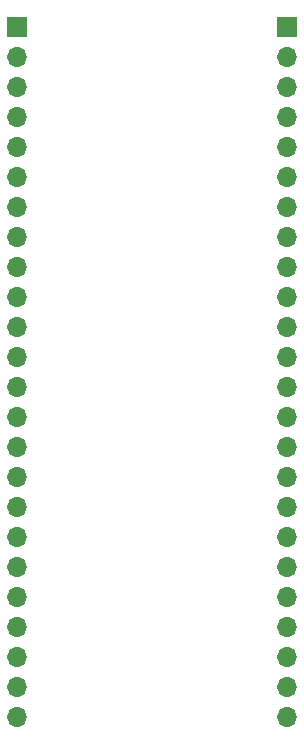
<source format=gbr>
%TF.GenerationSoftware,KiCad,Pcbnew,6.0.4-6f826c9f35~116~ubuntu21.10.1*%
%TF.CreationDate,2022-04-23T22:39:38+02:00*%
%TF.ProjectId,stm32f breakout,73746d33-3266-4206-9272-65616b6f7574,rev?*%
%TF.SameCoordinates,Original*%
%TF.FileFunction,Soldermask,Bot*%
%TF.FilePolarity,Negative*%
%FSLAX46Y46*%
G04 Gerber Fmt 4.6, Leading zero omitted, Abs format (unit mm)*
G04 Created by KiCad (PCBNEW 6.0.4-6f826c9f35~116~ubuntu21.10.1) date 2022-04-23 22:39:38*
%MOMM*%
%LPD*%
G01*
G04 APERTURE LIST*
%ADD10R,1.700000X1.700000*%
%ADD11O,1.700000X1.700000*%
G04 APERTURE END LIST*
D10*
%TO.C,J2*%
X125222000Y-69596000D03*
D11*
X125222000Y-72136000D03*
X125222000Y-74676000D03*
X125222000Y-77216000D03*
X125222000Y-79756000D03*
X125222000Y-82296000D03*
X125222000Y-84836000D03*
X125222000Y-87376000D03*
X125222000Y-89916000D03*
X125222000Y-92456000D03*
X125222000Y-94996000D03*
X125222000Y-97536000D03*
X125222000Y-100076000D03*
X125222000Y-102616000D03*
X125222000Y-105156000D03*
X125222000Y-107696000D03*
X125222000Y-110236000D03*
X125222000Y-112776000D03*
X125222000Y-115316000D03*
X125222000Y-117856000D03*
X125222000Y-120396000D03*
X125222000Y-122936000D03*
X125222000Y-125476000D03*
X125222000Y-128016000D03*
%TD*%
%TO.C,J1*%
X148082000Y-128016000D03*
X148082000Y-125476000D03*
X148082000Y-122936000D03*
X148082000Y-120396000D03*
X148082000Y-117856000D03*
X148082000Y-115316000D03*
X148082000Y-112776000D03*
X148082000Y-110236000D03*
X148082000Y-107696000D03*
X148082000Y-105156000D03*
X148082000Y-102616000D03*
X148082000Y-100076000D03*
X148082000Y-97536000D03*
X148082000Y-94996000D03*
X148082000Y-92456000D03*
X148082000Y-89916000D03*
X148082000Y-87376000D03*
X148082000Y-84836000D03*
X148082000Y-82296000D03*
X148082000Y-79756000D03*
X148082000Y-77216000D03*
X148082000Y-74676000D03*
X148082000Y-72136000D03*
D10*
X148082000Y-69596000D03*
%TD*%
M02*

</source>
